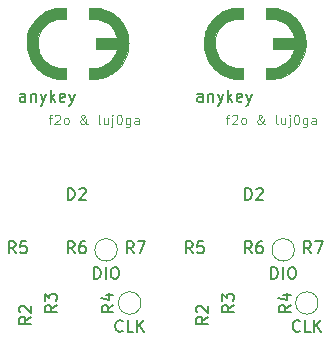
<source format=gto>
%TF.GenerationSoftware,KiCad,Pcbnew,5.1.6*%
%TF.CreationDate,2020-10-27T03:58:31+01:00*%
%TF.ProjectId,anykey-x2,616e796b-6579-42d7-9832-2e6b69636164,rev?*%
%TF.SameCoordinates,Original*%
%TF.FileFunction,Legend,Top*%
%TF.FilePolarity,Positive*%
%FSLAX46Y46*%
G04 Gerber Fmt 4.6, Leading zero omitted, Abs format (unit mm)*
G04 Created by KiCad (PCBNEW 5.1.6) date 2020-10-27 03:58:31*
%MOMM*%
%LPD*%
G01*
G04 APERTURE LIST*
%ADD10C,0.150000*%
%ADD11C,0.120000*%
%ADD12C,0.010000*%
%ADD13C,0.400000*%
%ADD14C,1.600000*%
%ADD15C,2.000000*%
%ADD16R,1.100000X7.510000*%
%ADD17R,1.100000X6.510000*%
%ADD18C,2.300000*%
%ADD19C,4.100000*%
%ADD20R,0.700000X0.500000*%
G04 APERTURE END LIST*
D10*
X72476208Y-81952381D02*
X72476208Y-80952381D01*
X72714303Y-80952381D01*
X72857160Y-81000001D01*
X72952398Y-81095239D01*
X73000018Y-81190477D01*
X73047637Y-81380953D01*
X73047637Y-81523810D01*
X73000018Y-81714286D01*
X72952398Y-81809524D01*
X72857160Y-81904762D01*
X72714303Y-81952381D01*
X72476208Y-81952381D01*
X73476208Y-81952381D02*
X73476208Y-80952381D01*
X74142875Y-80952381D02*
X74333351Y-80952381D01*
X74428589Y-81000001D01*
X74523827Y-81095239D01*
X74571446Y-81285715D01*
X74571446Y-81619048D01*
X74523827Y-81809524D01*
X74428589Y-81904762D01*
X74333351Y-81952381D01*
X74142875Y-81952381D01*
X74047637Y-81904762D01*
X73952398Y-81809524D01*
X73904779Y-81619048D01*
X73904779Y-81285715D01*
X73952398Y-81095239D01*
X74047637Y-81000001D01*
X74142875Y-80952381D01*
X74904779Y-86357143D02*
X74857160Y-86404762D01*
X74714303Y-86452381D01*
X74619065Y-86452381D01*
X74476208Y-86404762D01*
X74380970Y-86309524D01*
X74333351Y-86214286D01*
X74285732Y-86023810D01*
X74285732Y-85880953D01*
X74333351Y-85690477D01*
X74380970Y-85595239D01*
X74476208Y-85500001D01*
X74619065Y-85452381D01*
X74714303Y-85452381D01*
X74857160Y-85500001D01*
X74904779Y-85547620D01*
X75809541Y-86452381D02*
X75333351Y-86452381D01*
X75333351Y-85452381D01*
X76142875Y-86452381D02*
X76142875Y-85452381D01*
X76714303Y-86452381D02*
X76285732Y-85880953D01*
X76714303Y-85452381D02*
X76142875Y-86023810D01*
X66666684Y-66952381D02*
X66666684Y-66428572D01*
X66619065Y-66333334D01*
X66523827Y-66285715D01*
X66333351Y-66285715D01*
X66238113Y-66333334D01*
X66666684Y-66904762D02*
X66571446Y-66952381D01*
X66333351Y-66952381D01*
X66238113Y-66904762D01*
X66190494Y-66809524D01*
X66190494Y-66714286D01*
X66238113Y-66619048D01*
X66333351Y-66571429D01*
X66571446Y-66571429D01*
X66666684Y-66523810D01*
X67142875Y-66285715D02*
X67142875Y-66952381D01*
X67142875Y-66380953D02*
X67190494Y-66333334D01*
X67285732Y-66285715D01*
X67428589Y-66285715D01*
X67523827Y-66333334D01*
X67571446Y-66428572D01*
X67571446Y-66952381D01*
X67952398Y-66285715D02*
X68190494Y-66952381D01*
X68428589Y-66285715D02*
X68190494Y-66952381D01*
X68095256Y-67190477D01*
X68047637Y-67238096D01*
X67952398Y-67285715D01*
X68809541Y-66952381D02*
X68809541Y-65952381D01*
X68904779Y-66571429D02*
X69190494Y-66952381D01*
X69190494Y-66285715D02*
X68809541Y-66666667D01*
X70000018Y-66904762D02*
X69904779Y-66952381D01*
X69714303Y-66952381D01*
X69619065Y-66904762D01*
X69571446Y-66809524D01*
X69571446Y-66428572D01*
X69619065Y-66333334D01*
X69714303Y-66285715D01*
X69904779Y-66285715D01*
X70000018Y-66333334D01*
X70047637Y-66428572D01*
X70047637Y-66523810D01*
X69571446Y-66619048D01*
X70380970Y-66285715D02*
X70619065Y-66952381D01*
X70857160Y-66285715D02*
X70619065Y-66952381D01*
X70523827Y-67190477D01*
X70476208Y-67238096D01*
X70380970Y-67285715D01*
D11*
X68633351Y-68328572D02*
X68938113Y-68328572D01*
X68747637Y-68861905D02*
X68747637Y-68176191D01*
X68785732Y-68100001D01*
X68861922Y-68061905D01*
X68938113Y-68061905D01*
X69166684Y-68138096D02*
X69204779Y-68100001D01*
X69280970Y-68061905D01*
X69471446Y-68061905D01*
X69547637Y-68100001D01*
X69585732Y-68138096D01*
X69623827Y-68214286D01*
X69623827Y-68290477D01*
X69585732Y-68404762D01*
X69128589Y-68861905D01*
X69623827Y-68861905D01*
X70080970Y-68861905D02*
X70004779Y-68823810D01*
X69966684Y-68785715D01*
X69928589Y-68709524D01*
X69928589Y-68480953D01*
X69966684Y-68404762D01*
X70004779Y-68366667D01*
X70080970Y-68328572D01*
X70195256Y-68328572D01*
X70271446Y-68366667D01*
X70309541Y-68404762D01*
X70347637Y-68480953D01*
X70347637Y-68709524D01*
X70309541Y-68785715D01*
X70271446Y-68823810D01*
X70195256Y-68861905D01*
X70080970Y-68861905D01*
X71947637Y-68861905D02*
X71909541Y-68861905D01*
X71833351Y-68823810D01*
X71719065Y-68709524D01*
X71528589Y-68480953D01*
X71452398Y-68366667D01*
X71414303Y-68252381D01*
X71414303Y-68176191D01*
X71452398Y-68100001D01*
X71528589Y-68061905D01*
X71566684Y-68061905D01*
X71642875Y-68100001D01*
X71680970Y-68176191D01*
X71680970Y-68214286D01*
X71642875Y-68290477D01*
X71604779Y-68328572D01*
X71376208Y-68480953D01*
X71338113Y-68519048D01*
X71300018Y-68595239D01*
X71300018Y-68709524D01*
X71338113Y-68785715D01*
X71376208Y-68823810D01*
X71452398Y-68861905D01*
X71566684Y-68861905D01*
X71642875Y-68823810D01*
X71680970Y-68785715D01*
X71795256Y-68633334D01*
X71833351Y-68519048D01*
X71833351Y-68442858D01*
X73014303Y-68861905D02*
X72938113Y-68823810D01*
X72900018Y-68747620D01*
X72900018Y-68061905D01*
X73661922Y-68328572D02*
X73661922Y-68861905D01*
X73319065Y-68328572D02*
X73319065Y-68747620D01*
X73357160Y-68823810D01*
X73433351Y-68861905D01*
X73547637Y-68861905D01*
X73623827Y-68823810D01*
X73661922Y-68785715D01*
X74042875Y-68328572D02*
X74042875Y-69014286D01*
X74004779Y-69090477D01*
X73928589Y-69128572D01*
X73890494Y-69128572D01*
X74042875Y-68061905D02*
X74004779Y-68100001D01*
X74042875Y-68138096D01*
X74080970Y-68100001D01*
X74042875Y-68061905D01*
X74042875Y-68138096D01*
X74576208Y-68061905D02*
X74652398Y-68061905D01*
X74728589Y-68100001D01*
X74766684Y-68138096D01*
X74804779Y-68214286D01*
X74842875Y-68366667D01*
X74842875Y-68557143D01*
X74804779Y-68709524D01*
X74766684Y-68785715D01*
X74728589Y-68823810D01*
X74652398Y-68861905D01*
X74576208Y-68861905D01*
X74500018Y-68823810D01*
X74461922Y-68785715D01*
X74423827Y-68709524D01*
X74385732Y-68557143D01*
X74385732Y-68366667D01*
X74423827Y-68214286D01*
X74461922Y-68138096D01*
X74500018Y-68100001D01*
X74576208Y-68061905D01*
X75528589Y-68328572D02*
X75528589Y-68976191D01*
X75490494Y-69052381D01*
X75452398Y-69090477D01*
X75376208Y-69128572D01*
X75261922Y-69128572D01*
X75185732Y-69090477D01*
X75528589Y-68823810D02*
X75452398Y-68861905D01*
X75300018Y-68861905D01*
X75223827Y-68823810D01*
X75185732Y-68785715D01*
X75147637Y-68709524D01*
X75147637Y-68480953D01*
X75185732Y-68404762D01*
X75223827Y-68366667D01*
X75300018Y-68328572D01*
X75452398Y-68328572D01*
X75528589Y-68366667D01*
X76252398Y-68861905D02*
X76252398Y-68442858D01*
X76214303Y-68366667D01*
X76138113Y-68328572D01*
X75985732Y-68328572D01*
X75909541Y-68366667D01*
X76252398Y-68823810D02*
X76176208Y-68861905D01*
X75985732Y-68861905D01*
X75909541Y-68823810D01*
X75871446Y-68747620D01*
X75871446Y-68671429D01*
X75909541Y-68595239D01*
X75985732Y-68557143D01*
X76176208Y-68557143D01*
X76252398Y-68519048D01*
D10*
X57476191Y-81952381D02*
X57476191Y-80952381D01*
X57714286Y-80952381D01*
X57857143Y-81000001D01*
X57952381Y-81095239D01*
X58000001Y-81190477D01*
X58047620Y-81380953D01*
X58047620Y-81523810D01*
X58000001Y-81714286D01*
X57952381Y-81809524D01*
X57857143Y-81904762D01*
X57714286Y-81952381D01*
X57476191Y-81952381D01*
X58476191Y-81952381D02*
X58476191Y-80952381D01*
X59142858Y-80952381D02*
X59333334Y-80952381D01*
X59428572Y-81000001D01*
X59523810Y-81095239D01*
X59571429Y-81285715D01*
X59571429Y-81619048D01*
X59523810Y-81809524D01*
X59428572Y-81904762D01*
X59333334Y-81952381D01*
X59142858Y-81952381D01*
X59047620Y-81904762D01*
X58952381Y-81809524D01*
X58904762Y-81619048D01*
X58904762Y-81285715D01*
X58952381Y-81095239D01*
X59047620Y-81000001D01*
X59142858Y-80952381D01*
X59904762Y-86357143D02*
X59857143Y-86404762D01*
X59714286Y-86452381D01*
X59619048Y-86452381D01*
X59476191Y-86404762D01*
X59380953Y-86309524D01*
X59333334Y-86214286D01*
X59285715Y-86023810D01*
X59285715Y-85880953D01*
X59333334Y-85690477D01*
X59380953Y-85595239D01*
X59476191Y-85500001D01*
X59619048Y-85452381D01*
X59714286Y-85452381D01*
X59857143Y-85500001D01*
X59904762Y-85547620D01*
X60809524Y-86452381D02*
X60333334Y-86452381D01*
X60333334Y-85452381D01*
X61142858Y-86452381D02*
X61142858Y-85452381D01*
X61714286Y-86452381D02*
X61285715Y-85880953D01*
X61714286Y-85452381D02*
X61142858Y-86023810D01*
X51666667Y-66952381D02*
X51666667Y-66428572D01*
X51619048Y-66333334D01*
X51523810Y-66285715D01*
X51333334Y-66285715D01*
X51238096Y-66333334D01*
X51666667Y-66904762D02*
X51571429Y-66952381D01*
X51333334Y-66952381D01*
X51238096Y-66904762D01*
X51190477Y-66809524D01*
X51190477Y-66714286D01*
X51238096Y-66619048D01*
X51333334Y-66571429D01*
X51571429Y-66571429D01*
X51666667Y-66523810D01*
X52142858Y-66285715D02*
X52142858Y-66952381D01*
X52142858Y-66380953D02*
X52190477Y-66333334D01*
X52285715Y-66285715D01*
X52428572Y-66285715D01*
X52523810Y-66333334D01*
X52571429Y-66428572D01*
X52571429Y-66952381D01*
X52952381Y-66285715D02*
X53190477Y-66952381D01*
X53428572Y-66285715D02*
X53190477Y-66952381D01*
X53095239Y-67190477D01*
X53047620Y-67238096D01*
X52952381Y-67285715D01*
X53809524Y-66952381D02*
X53809524Y-65952381D01*
X53904762Y-66571429D02*
X54190477Y-66952381D01*
X54190477Y-66285715D02*
X53809524Y-66666667D01*
X55000001Y-66904762D02*
X54904762Y-66952381D01*
X54714286Y-66952381D01*
X54619048Y-66904762D01*
X54571429Y-66809524D01*
X54571429Y-66428572D01*
X54619048Y-66333334D01*
X54714286Y-66285715D01*
X54904762Y-66285715D01*
X55000001Y-66333334D01*
X55047620Y-66428572D01*
X55047620Y-66523810D01*
X54571429Y-66619048D01*
X55380953Y-66285715D02*
X55619048Y-66952381D01*
X55857143Y-66285715D02*
X55619048Y-66952381D01*
X55523810Y-67190477D01*
X55476191Y-67238096D01*
X55380953Y-67285715D01*
D11*
X53633334Y-68328572D02*
X53938096Y-68328572D01*
X53747620Y-68861905D02*
X53747620Y-68176191D01*
X53785715Y-68100001D01*
X53861905Y-68061905D01*
X53938096Y-68061905D01*
X54166667Y-68138096D02*
X54204762Y-68100001D01*
X54280953Y-68061905D01*
X54471429Y-68061905D01*
X54547620Y-68100001D01*
X54585715Y-68138096D01*
X54623810Y-68214286D01*
X54623810Y-68290477D01*
X54585715Y-68404762D01*
X54128572Y-68861905D01*
X54623810Y-68861905D01*
X55080953Y-68861905D02*
X55004762Y-68823810D01*
X54966667Y-68785715D01*
X54928572Y-68709524D01*
X54928572Y-68480953D01*
X54966667Y-68404762D01*
X55004762Y-68366667D01*
X55080953Y-68328572D01*
X55195239Y-68328572D01*
X55271429Y-68366667D01*
X55309524Y-68404762D01*
X55347620Y-68480953D01*
X55347620Y-68709524D01*
X55309524Y-68785715D01*
X55271429Y-68823810D01*
X55195239Y-68861905D01*
X55080953Y-68861905D01*
X56947620Y-68861905D02*
X56909524Y-68861905D01*
X56833334Y-68823810D01*
X56719048Y-68709524D01*
X56528572Y-68480953D01*
X56452381Y-68366667D01*
X56414286Y-68252381D01*
X56414286Y-68176191D01*
X56452381Y-68100001D01*
X56528572Y-68061905D01*
X56566667Y-68061905D01*
X56642858Y-68100001D01*
X56680953Y-68176191D01*
X56680953Y-68214286D01*
X56642858Y-68290477D01*
X56604762Y-68328572D01*
X56376191Y-68480953D01*
X56338096Y-68519048D01*
X56300001Y-68595239D01*
X56300001Y-68709524D01*
X56338096Y-68785715D01*
X56376191Y-68823810D01*
X56452381Y-68861905D01*
X56566667Y-68861905D01*
X56642858Y-68823810D01*
X56680953Y-68785715D01*
X56795239Y-68633334D01*
X56833334Y-68519048D01*
X56833334Y-68442858D01*
X58014286Y-68861905D02*
X57938096Y-68823810D01*
X57900001Y-68747620D01*
X57900001Y-68061905D01*
X58661905Y-68328572D02*
X58661905Y-68861905D01*
X58319048Y-68328572D02*
X58319048Y-68747620D01*
X58357143Y-68823810D01*
X58433334Y-68861905D01*
X58547620Y-68861905D01*
X58623810Y-68823810D01*
X58661905Y-68785715D01*
X59042858Y-68328572D02*
X59042858Y-69014286D01*
X59004762Y-69090477D01*
X58928572Y-69128572D01*
X58890477Y-69128572D01*
X59042858Y-68061905D02*
X59004762Y-68100001D01*
X59042858Y-68138096D01*
X59080953Y-68100001D01*
X59042858Y-68061905D01*
X59042858Y-68138096D01*
X59576191Y-68061905D02*
X59652381Y-68061905D01*
X59728572Y-68100001D01*
X59766667Y-68138096D01*
X59804762Y-68214286D01*
X59842858Y-68366667D01*
X59842858Y-68557143D01*
X59804762Y-68709524D01*
X59766667Y-68785715D01*
X59728572Y-68823810D01*
X59652381Y-68861905D01*
X59576191Y-68861905D01*
X59500001Y-68823810D01*
X59461905Y-68785715D01*
X59423810Y-68709524D01*
X59385715Y-68557143D01*
X59385715Y-68366667D01*
X59423810Y-68214286D01*
X59461905Y-68138096D01*
X59500001Y-68100001D01*
X59576191Y-68061905D01*
X60528572Y-68328572D02*
X60528572Y-68976191D01*
X60490477Y-69052381D01*
X60452381Y-69090477D01*
X60376191Y-69128572D01*
X60261905Y-69128572D01*
X60185715Y-69090477D01*
X60528572Y-68823810D02*
X60452381Y-68861905D01*
X60300001Y-68861905D01*
X60223810Y-68823810D01*
X60185715Y-68785715D01*
X60147620Y-68709524D01*
X60147620Y-68480953D01*
X60185715Y-68404762D01*
X60223810Y-68366667D01*
X60300001Y-68328572D01*
X60452381Y-68328572D01*
X60528572Y-68366667D01*
X61252381Y-68861905D02*
X61252381Y-68442858D01*
X61214286Y-68366667D01*
X61138096Y-68328572D01*
X60985715Y-68328572D01*
X60909524Y-68366667D01*
X61252381Y-68823810D02*
X61176191Y-68861905D01*
X60985715Y-68861905D01*
X60909524Y-68823810D01*
X60871429Y-68747620D01*
X60871429Y-68671429D01*
X60909524Y-68595239D01*
X60985715Y-68557143D01*
X61176191Y-68557143D01*
X61252381Y-68519048D01*
%TO.C,TP1*%
X74450018Y-79500001D02*
G75*
G03*
X74450018Y-79500001I-950000J0D01*
G01*
%TO.C,TP2*%
X76450018Y-84000001D02*
G75*
G03*
X76450018Y-84000001I-950000J0D01*
G01*
D12*
%TO.C,C3-Logo*%
G36*
X69939205Y-58984316D02*
G01*
X70003688Y-58985976D01*
X70050321Y-58988946D01*
X70070669Y-58992089D01*
X70100435Y-59000066D01*
X70100435Y-59920531D01*
X69890899Y-59913260D01*
X69681065Y-59913524D01*
X69486877Y-59930383D01*
X69302438Y-59965076D01*
X69121850Y-60018840D01*
X68939215Y-60092912D01*
X68863507Y-60128880D01*
X68682956Y-60227978D01*
X68520316Y-60339327D01*
X68367919Y-60468409D01*
X68308640Y-60525706D01*
X68152003Y-60700862D01*
X68016491Y-60891521D01*
X67902784Y-61096395D01*
X67811562Y-61314194D01*
X67743503Y-61543630D01*
X67723344Y-61636198D01*
X67711195Y-61720245D01*
X67703084Y-61823235D01*
X67699003Y-61937966D01*
X67698944Y-62057235D01*
X67702902Y-62173838D01*
X67710869Y-62280572D01*
X67722837Y-62370234D01*
X67724075Y-62377032D01*
X67779929Y-62605760D01*
X67859317Y-62823966D01*
X67960949Y-63030178D01*
X68083540Y-63222929D01*
X68225799Y-63400749D01*
X68386439Y-63562169D01*
X68564173Y-63705720D01*
X68757711Y-63829932D01*
X68965766Y-63933337D01*
X69149255Y-64002536D01*
X69252395Y-64034119D01*
X69347125Y-64058130D01*
X69439888Y-64075464D01*
X69537124Y-64087017D01*
X69645276Y-64093681D01*
X69770785Y-64096353D01*
X69825929Y-64096505D01*
X70100435Y-64096187D01*
X70100435Y-65013165D01*
X70070669Y-65021142D01*
X70045269Y-65024139D01*
X69998274Y-65026204D01*
X69934528Y-65027383D01*
X69858876Y-65027724D01*
X69776164Y-65027275D01*
X69691235Y-65026084D01*
X69608935Y-65024198D01*
X69534109Y-65021664D01*
X69471601Y-65018532D01*
X69426256Y-65014848D01*
X69425747Y-65014790D01*
X69312747Y-64998342D01*
X69185146Y-64973707D01*
X69052680Y-64943084D01*
X68925084Y-64908668D01*
X68844002Y-64883537D01*
X68579465Y-64782499D01*
X68328741Y-64659514D01*
X68092823Y-64515778D01*
X67872698Y-64352488D01*
X67669358Y-64170839D01*
X67483791Y-63972027D01*
X67316988Y-63757248D01*
X67169939Y-63527699D01*
X67043633Y-63284574D01*
X66939060Y-63029071D01*
X66857210Y-62762384D01*
X66799073Y-62485710D01*
X66785856Y-62396876D01*
X66777400Y-62312108D01*
X66771581Y-62208119D01*
X66768400Y-62092010D01*
X66767857Y-61970888D01*
X66769952Y-61851855D01*
X66774684Y-61742015D01*
X66782055Y-61648473D01*
X66785856Y-61616355D01*
X66836777Y-61333707D01*
X66912223Y-61060615D01*
X67011937Y-60797715D01*
X67135664Y-60545638D01*
X67283146Y-60305018D01*
X67361970Y-60194219D01*
X67540248Y-59976724D01*
X67736251Y-59778345D01*
X67948616Y-59599883D01*
X68175977Y-59442134D01*
X68416971Y-59305898D01*
X68670231Y-59191972D01*
X68934395Y-59101154D01*
X69208097Y-59034242D01*
X69398898Y-59002814D01*
X69451372Y-58997491D01*
X69520236Y-58992931D01*
X69600599Y-58989213D01*
X69687568Y-58986414D01*
X69776254Y-58984613D01*
X69861763Y-58983888D01*
X69939205Y-58984316D01*
G37*
X69939205Y-58984316D02*
X70003688Y-58985976D01*
X70050321Y-58988946D01*
X70070669Y-58992089D01*
X70100435Y-59000066D01*
X70100435Y-59920531D01*
X69890899Y-59913260D01*
X69681065Y-59913524D01*
X69486877Y-59930383D01*
X69302438Y-59965076D01*
X69121850Y-60018840D01*
X68939215Y-60092912D01*
X68863507Y-60128880D01*
X68682956Y-60227978D01*
X68520316Y-60339327D01*
X68367919Y-60468409D01*
X68308640Y-60525706D01*
X68152003Y-60700862D01*
X68016491Y-60891521D01*
X67902784Y-61096395D01*
X67811562Y-61314194D01*
X67743503Y-61543630D01*
X67723344Y-61636198D01*
X67711195Y-61720245D01*
X67703084Y-61823235D01*
X67699003Y-61937966D01*
X67698944Y-62057235D01*
X67702902Y-62173838D01*
X67710869Y-62280572D01*
X67722837Y-62370234D01*
X67724075Y-62377032D01*
X67779929Y-62605760D01*
X67859317Y-62823966D01*
X67960949Y-63030178D01*
X68083540Y-63222929D01*
X68225799Y-63400749D01*
X68386439Y-63562169D01*
X68564173Y-63705720D01*
X68757711Y-63829932D01*
X68965766Y-63933337D01*
X69149255Y-64002536D01*
X69252395Y-64034119D01*
X69347125Y-64058130D01*
X69439888Y-64075464D01*
X69537124Y-64087017D01*
X69645276Y-64093681D01*
X69770785Y-64096353D01*
X69825929Y-64096505D01*
X70100435Y-64096187D01*
X70100435Y-65013165D01*
X70070669Y-65021142D01*
X70045269Y-65024139D01*
X69998274Y-65026204D01*
X69934528Y-65027383D01*
X69858876Y-65027724D01*
X69776164Y-65027275D01*
X69691235Y-65026084D01*
X69608935Y-65024198D01*
X69534109Y-65021664D01*
X69471601Y-65018532D01*
X69426256Y-65014848D01*
X69425747Y-65014790D01*
X69312747Y-64998342D01*
X69185146Y-64973707D01*
X69052680Y-64943084D01*
X68925084Y-64908668D01*
X68844002Y-64883537D01*
X68579465Y-64782499D01*
X68328741Y-64659514D01*
X68092823Y-64515778D01*
X67872698Y-64352488D01*
X67669358Y-64170839D01*
X67483791Y-63972027D01*
X67316988Y-63757248D01*
X67169939Y-63527699D01*
X67043633Y-63284574D01*
X66939060Y-63029071D01*
X66857210Y-62762384D01*
X66799073Y-62485710D01*
X66785856Y-62396876D01*
X66777400Y-62312108D01*
X66771581Y-62208119D01*
X66768400Y-62092010D01*
X66767857Y-61970888D01*
X66769952Y-61851855D01*
X66774684Y-61742015D01*
X66782055Y-61648473D01*
X66785856Y-61616355D01*
X66836777Y-61333707D01*
X66912223Y-61060615D01*
X67011937Y-60797715D01*
X67135664Y-60545638D01*
X67283146Y-60305018D01*
X67361970Y-60194219D01*
X67540248Y-59976724D01*
X67736251Y-59778345D01*
X67948616Y-59599883D01*
X68175977Y-59442134D01*
X68416971Y-59305898D01*
X68670231Y-59191972D01*
X68934395Y-59101154D01*
X69208097Y-59034242D01*
X69398898Y-59002814D01*
X69451372Y-58997491D01*
X69520236Y-58992931D01*
X69600599Y-58989213D01*
X69687568Y-58986414D01*
X69776254Y-58984613D01*
X69861763Y-58983888D01*
X69939205Y-58984316D01*
G36*
X72061353Y-59916407D02*
G01*
X72355703Y-59916696D01*
X72457678Y-59917121D01*
X72538333Y-59918409D01*
X72602800Y-59920915D01*
X72656212Y-59924997D01*
X72703700Y-59931009D01*
X72750399Y-59939309D01*
X72784299Y-59946437D01*
X73014139Y-60009755D01*
X73233456Y-60096013D01*
X73440487Y-60204010D01*
X73633468Y-60332545D01*
X73810639Y-60480419D01*
X73970235Y-60646431D01*
X74110495Y-60829380D01*
X74135134Y-60866450D01*
X74186932Y-60953403D01*
X74239833Y-61054821D01*
X74290852Y-61163867D01*
X74337006Y-61273703D01*
X74375313Y-61377489D01*
X74402790Y-61468389D01*
X74408884Y-61493985D01*
X74418249Y-61536980D01*
X72656667Y-61536980D01*
X72656667Y-62476251D01*
X74418249Y-62476251D01*
X74408884Y-62519245D01*
X74383824Y-62610612D01*
X74346336Y-62716470D01*
X74299503Y-62829879D01*
X74246406Y-62943893D01*
X74190128Y-63051570D01*
X74133752Y-63145968D01*
X74124296Y-63160320D01*
X73980554Y-63351792D01*
X73819355Y-63523631D01*
X73641698Y-63675164D01*
X73448579Y-63805720D01*
X73240997Y-63914625D01*
X73019950Y-64001207D01*
X72786433Y-64064795D01*
X72780732Y-64066022D01*
X72728150Y-64076623D01*
X72679730Y-64084514D01*
X72630079Y-64090079D01*
X72573807Y-64093703D01*
X72505520Y-64095770D01*
X72419829Y-64096665D01*
X72349089Y-64096800D01*
X72061355Y-64096777D01*
X72061355Y-65029480D01*
X72349089Y-65027763D01*
X72441064Y-65026710D01*
X72530797Y-65024767D01*
X72612530Y-65022127D01*
X72680509Y-65018982D01*
X72728977Y-65015527D01*
X72736042Y-65014790D01*
X72961451Y-64978595D01*
X73193302Y-64921377D01*
X73425263Y-64845285D01*
X73651003Y-64752466D01*
X73864189Y-64645069D01*
X73919991Y-64613136D01*
X74083532Y-64507668D01*
X74249474Y-64383546D01*
X74411261Y-64246432D01*
X74562338Y-64101983D01*
X74696148Y-63955860D01*
X74732695Y-63911608D01*
X74894015Y-63690013D01*
X75035340Y-63452379D01*
X75155663Y-63201090D01*
X75253977Y-62938533D01*
X75329276Y-62667093D01*
X75380553Y-62389156D01*
X75383098Y-62370417D01*
X75390047Y-62298752D01*
X75394980Y-62208047D01*
X75397896Y-62104924D01*
X75398793Y-61996010D01*
X75397669Y-61887926D01*
X75394522Y-61787299D01*
X75389350Y-61700753D01*
X75383305Y-61642813D01*
X75331349Y-61357895D01*
X75256119Y-61082355D01*
X75158297Y-60817810D01*
X75038567Y-60565878D01*
X74897612Y-60328178D01*
X74736115Y-60106326D01*
X74732695Y-60102080D01*
X74552408Y-59899122D01*
X74353266Y-59712657D01*
X74137715Y-59544215D01*
X73908203Y-59395326D01*
X73667179Y-59267518D01*
X73417088Y-59162323D01*
X73160379Y-59081268D01*
X73060069Y-59056770D01*
X72936158Y-59030939D01*
X72820988Y-59011593D01*
X72707168Y-58997982D01*
X72587303Y-58989357D01*
X72454001Y-58984969D01*
X72342475Y-58984009D01*
X72061355Y-58983751D01*
X72061353Y-59916407D01*
G37*
X72061353Y-59916407D02*
X72355703Y-59916696D01*
X72457678Y-59917121D01*
X72538333Y-59918409D01*
X72602800Y-59920915D01*
X72656212Y-59924997D01*
X72703700Y-59931009D01*
X72750399Y-59939309D01*
X72784299Y-59946437D01*
X73014139Y-60009755D01*
X73233456Y-60096013D01*
X73440487Y-60204010D01*
X73633468Y-60332545D01*
X73810639Y-60480419D01*
X73970235Y-60646431D01*
X74110495Y-60829380D01*
X74135134Y-60866450D01*
X74186932Y-60953403D01*
X74239833Y-61054821D01*
X74290852Y-61163867D01*
X74337006Y-61273703D01*
X74375313Y-61377489D01*
X74402790Y-61468389D01*
X74408884Y-61493985D01*
X74418249Y-61536980D01*
X72656667Y-61536980D01*
X72656667Y-62476251D01*
X74418249Y-62476251D01*
X74408884Y-62519245D01*
X74383824Y-62610612D01*
X74346336Y-62716470D01*
X74299503Y-62829879D01*
X74246406Y-62943893D01*
X74190128Y-63051570D01*
X74133752Y-63145968D01*
X74124296Y-63160320D01*
X73980554Y-63351792D01*
X73819355Y-63523631D01*
X73641698Y-63675164D01*
X73448579Y-63805720D01*
X73240997Y-63914625D01*
X73019950Y-64001207D01*
X72786433Y-64064795D01*
X72780732Y-64066022D01*
X72728150Y-64076623D01*
X72679730Y-64084514D01*
X72630079Y-64090079D01*
X72573807Y-64093703D01*
X72505520Y-64095770D01*
X72419829Y-64096665D01*
X72349089Y-64096800D01*
X72061355Y-64096777D01*
X72061355Y-65029480D01*
X72349089Y-65027763D01*
X72441064Y-65026710D01*
X72530797Y-65024767D01*
X72612530Y-65022127D01*
X72680509Y-65018982D01*
X72728977Y-65015527D01*
X72736042Y-65014790D01*
X72961451Y-64978595D01*
X73193302Y-64921377D01*
X73425263Y-64845285D01*
X73651003Y-64752466D01*
X73864189Y-64645069D01*
X73919991Y-64613136D01*
X74083532Y-64507668D01*
X74249474Y-64383546D01*
X74411261Y-64246432D01*
X74562338Y-64101983D01*
X74696148Y-63955860D01*
X74732695Y-63911608D01*
X74894015Y-63690013D01*
X75035340Y-63452379D01*
X75155663Y-63201090D01*
X75253977Y-62938533D01*
X75329276Y-62667093D01*
X75380553Y-62389156D01*
X75383098Y-62370417D01*
X75390047Y-62298752D01*
X75394980Y-62208047D01*
X75397896Y-62104924D01*
X75398793Y-61996010D01*
X75397669Y-61887926D01*
X75394522Y-61787299D01*
X75389350Y-61700753D01*
X75383305Y-61642813D01*
X75331349Y-61357895D01*
X75256119Y-61082355D01*
X75158297Y-60817810D01*
X75038567Y-60565878D01*
X74897612Y-60328178D01*
X74736115Y-60106326D01*
X74732695Y-60102080D01*
X74552408Y-59899122D01*
X74353266Y-59712657D01*
X74137715Y-59544215D01*
X73908203Y-59395326D01*
X73667179Y-59267518D01*
X73417088Y-59162323D01*
X73160379Y-59081268D01*
X73060069Y-59056770D01*
X72936158Y-59030939D01*
X72820988Y-59011593D01*
X72707168Y-58997982D01*
X72587303Y-58989357D01*
X72454001Y-58984969D01*
X72342475Y-58984009D01*
X72061355Y-58983751D01*
X72061353Y-59916407D01*
D11*
%TO.C,TP1*%
X59450001Y-79500001D02*
G75*
G03*
X59450001Y-79500001I-950000J0D01*
G01*
%TO.C,TP2*%
X61450001Y-84000001D02*
G75*
G03*
X61450001Y-84000001I-950000J0D01*
G01*
D12*
%TO.C,C3-Logo*%
G36*
X54939188Y-58984316D02*
G01*
X55003671Y-58985976D01*
X55050304Y-58988946D01*
X55070652Y-58992089D01*
X55100418Y-59000066D01*
X55100418Y-59920531D01*
X54890882Y-59913260D01*
X54681048Y-59913524D01*
X54486860Y-59930383D01*
X54302421Y-59965076D01*
X54121833Y-60018840D01*
X53939198Y-60092912D01*
X53863490Y-60128880D01*
X53682939Y-60227978D01*
X53520299Y-60339327D01*
X53367902Y-60468409D01*
X53308623Y-60525706D01*
X53151986Y-60700862D01*
X53016474Y-60891521D01*
X52902767Y-61096395D01*
X52811545Y-61314194D01*
X52743486Y-61543630D01*
X52723327Y-61636198D01*
X52711178Y-61720245D01*
X52703067Y-61823235D01*
X52698986Y-61937966D01*
X52698927Y-62057235D01*
X52702885Y-62173838D01*
X52710852Y-62280572D01*
X52722820Y-62370234D01*
X52724058Y-62377032D01*
X52779912Y-62605760D01*
X52859300Y-62823966D01*
X52960932Y-63030178D01*
X53083523Y-63222929D01*
X53225782Y-63400749D01*
X53386422Y-63562169D01*
X53564156Y-63705720D01*
X53757694Y-63829932D01*
X53965749Y-63933337D01*
X54149238Y-64002536D01*
X54252378Y-64034119D01*
X54347108Y-64058130D01*
X54439871Y-64075464D01*
X54537107Y-64087017D01*
X54645259Y-64093681D01*
X54770768Y-64096353D01*
X54825912Y-64096505D01*
X55100418Y-64096187D01*
X55100418Y-65013165D01*
X55070652Y-65021142D01*
X55045252Y-65024139D01*
X54998257Y-65026204D01*
X54934511Y-65027383D01*
X54858859Y-65027724D01*
X54776147Y-65027275D01*
X54691218Y-65026084D01*
X54608918Y-65024198D01*
X54534092Y-65021664D01*
X54471584Y-65018532D01*
X54426239Y-65014848D01*
X54425730Y-65014790D01*
X54312730Y-64998342D01*
X54185129Y-64973707D01*
X54052663Y-64943084D01*
X53925067Y-64908668D01*
X53843985Y-64883537D01*
X53579448Y-64782499D01*
X53328724Y-64659514D01*
X53092806Y-64515778D01*
X52872681Y-64352488D01*
X52669341Y-64170839D01*
X52483774Y-63972027D01*
X52316971Y-63757248D01*
X52169922Y-63527699D01*
X52043616Y-63284574D01*
X51939043Y-63029071D01*
X51857193Y-62762384D01*
X51799056Y-62485710D01*
X51785839Y-62396876D01*
X51777383Y-62312108D01*
X51771564Y-62208119D01*
X51768383Y-62092010D01*
X51767840Y-61970888D01*
X51769935Y-61851855D01*
X51774667Y-61742015D01*
X51782038Y-61648473D01*
X51785839Y-61616355D01*
X51836760Y-61333707D01*
X51912206Y-61060615D01*
X52011920Y-60797715D01*
X52135647Y-60545638D01*
X52283129Y-60305018D01*
X52361953Y-60194219D01*
X52540231Y-59976724D01*
X52736234Y-59778345D01*
X52948599Y-59599883D01*
X53175960Y-59442134D01*
X53416954Y-59305898D01*
X53670214Y-59191972D01*
X53934378Y-59101154D01*
X54208080Y-59034242D01*
X54398881Y-59002814D01*
X54451355Y-58997491D01*
X54520219Y-58992931D01*
X54600582Y-58989213D01*
X54687551Y-58986414D01*
X54776237Y-58984613D01*
X54861746Y-58983888D01*
X54939188Y-58984316D01*
G37*
X54939188Y-58984316D02*
X55003671Y-58985976D01*
X55050304Y-58988946D01*
X55070652Y-58992089D01*
X55100418Y-59000066D01*
X55100418Y-59920531D01*
X54890882Y-59913260D01*
X54681048Y-59913524D01*
X54486860Y-59930383D01*
X54302421Y-59965076D01*
X54121833Y-60018840D01*
X53939198Y-60092912D01*
X53863490Y-60128880D01*
X53682939Y-60227978D01*
X53520299Y-60339327D01*
X53367902Y-60468409D01*
X53308623Y-60525706D01*
X53151986Y-60700862D01*
X53016474Y-60891521D01*
X52902767Y-61096395D01*
X52811545Y-61314194D01*
X52743486Y-61543630D01*
X52723327Y-61636198D01*
X52711178Y-61720245D01*
X52703067Y-61823235D01*
X52698986Y-61937966D01*
X52698927Y-62057235D01*
X52702885Y-62173838D01*
X52710852Y-62280572D01*
X52722820Y-62370234D01*
X52724058Y-62377032D01*
X52779912Y-62605760D01*
X52859300Y-62823966D01*
X52960932Y-63030178D01*
X53083523Y-63222929D01*
X53225782Y-63400749D01*
X53386422Y-63562169D01*
X53564156Y-63705720D01*
X53757694Y-63829932D01*
X53965749Y-63933337D01*
X54149238Y-64002536D01*
X54252378Y-64034119D01*
X54347108Y-64058130D01*
X54439871Y-64075464D01*
X54537107Y-64087017D01*
X54645259Y-64093681D01*
X54770768Y-64096353D01*
X54825912Y-64096505D01*
X55100418Y-64096187D01*
X55100418Y-65013165D01*
X55070652Y-65021142D01*
X55045252Y-65024139D01*
X54998257Y-65026204D01*
X54934511Y-65027383D01*
X54858859Y-65027724D01*
X54776147Y-65027275D01*
X54691218Y-65026084D01*
X54608918Y-65024198D01*
X54534092Y-65021664D01*
X54471584Y-65018532D01*
X54426239Y-65014848D01*
X54425730Y-65014790D01*
X54312730Y-64998342D01*
X54185129Y-64973707D01*
X54052663Y-64943084D01*
X53925067Y-64908668D01*
X53843985Y-64883537D01*
X53579448Y-64782499D01*
X53328724Y-64659514D01*
X53092806Y-64515778D01*
X52872681Y-64352488D01*
X52669341Y-64170839D01*
X52483774Y-63972027D01*
X52316971Y-63757248D01*
X52169922Y-63527699D01*
X52043616Y-63284574D01*
X51939043Y-63029071D01*
X51857193Y-62762384D01*
X51799056Y-62485710D01*
X51785839Y-62396876D01*
X51777383Y-62312108D01*
X51771564Y-62208119D01*
X51768383Y-62092010D01*
X51767840Y-61970888D01*
X51769935Y-61851855D01*
X51774667Y-61742015D01*
X51782038Y-61648473D01*
X51785839Y-61616355D01*
X51836760Y-61333707D01*
X51912206Y-61060615D01*
X52011920Y-60797715D01*
X52135647Y-60545638D01*
X52283129Y-60305018D01*
X52361953Y-60194219D01*
X52540231Y-59976724D01*
X52736234Y-59778345D01*
X52948599Y-59599883D01*
X53175960Y-59442134D01*
X53416954Y-59305898D01*
X53670214Y-59191972D01*
X53934378Y-59101154D01*
X54208080Y-59034242D01*
X54398881Y-59002814D01*
X54451355Y-58997491D01*
X54520219Y-58992931D01*
X54600582Y-58989213D01*
X54687551Y-58986414D01*
X54776237Y-58984613D01*
X54861746Y-58983888D01*
X54939188Y-58984316D01*
G36*
X57061336Y-59916407D02*
G01*
X57355686Y-59916696D01*
X57457661Y-59917121D01*
X57538316Y-59918409D01*
X57602783Y-59920915D01*
X57656195Y-59924997D01*
X57703683Y-59931009D01*
X57750382Y-59939309D01*
X57784282Y-59946437D01*
X58014122Y-60009755D01*
X58233439Y-60096013D01*
X58440470Y-60204010D01*
X58633451Y-60332545D01*
X58810622Y-60480419D01*
X58970218Y-60646431D01*
X59110478Y-60829380D01*
X59135117Y-60866450D01*
X59186915Y-60953403D01*
X59239816Y-61054821D01*
X59290835Y-61163867D01*
X59336989Y-61273703D01*
X59375296Y-61377489D01*
X59402773Y-61468389D01*
X59408867Y-61493985D01*
X59418232Y-61536980D01*
X57656650Y-61536980D01*
X57656650Y-62476251D01*
X59418232Y-62476251D01*
X59408867Y-62519245D01*
X59383807Y-62610612D01*
X59346319Y-62716470D01*
X59299486Y-62829879D01*
X59246389Y-62943893D01*
X59190111Y-63051570D01*
X59133735Y-63145968D01*
X59124279Y-63160320D01*
X58980537Y-63351792D01*
X58819338Y-63523631D01*
X58641681Y-63675164D01*
X58448562Y-63805720D01*
X58240980Y-63914625D01*
X58019933Y-64001207D01*
X57786416Y-64064795D01*
X57780715Y-64066022D01*
X57728133Y-64076623D01*
X57679713Y-64084514D01*
X57630062Y-64090079D01*
X57573790Y-64093703D01*
X57505503Y-64095770D01*
X57419812Y-64096665D01*
X57349072Y-64096800D01*
X57061338Y-64096777D01*
X57061338Y-65029480D01*
X57349072Y-65027763D01*
X57441047Y-65026710D01*
X57530780Y-65024767D01*
X57612513Y-65022127D01*
X57680492Y-65018982D01*
X57728960Y-65015527D01*
X57736025Y-65014790D01*
X57961434Y-64978595D01*
X58193285Y-64921377D01*
X58425246Y-64845285D01*
X58650986Y-64752466D01*
X58864172Y-64645069D01*
X58919974Y-64613136D01*
X59083515Y-64507668D01*
X59249457Y-64383546D01*
X59411244Y-64246432D01*
X59562321Y-64101983D01*
X59696131Y-63955860D01*
X59732678Y-63911608D01*
X59893998Y-63690013D01*
X60035323Y-63452379D01*
X60155646Y-63201090D01*
X60253960Y-62938533D01*
X60329259Y-62667093D01*
X60380536Y-62389156D01*
X60383081Y-62370417D01*
X60390030Y-62298752D01*
X60394963Y-62208047D01*
X60397879Y-62104924D01*
X60398776Y-61996010D01*
X60397652Y-61887926D01*
X60394505Y-61787299D01*
X60389333Y-61700753D01*
X60383288Y-61642813D01*
X60331332Y-61357895D01*
X60256102Y-61082355D01*
X60158280Y-60817810D01*
X60038550Y-60565878D01*
X59897595Y-60328178D01*
X59736098Y-60106326D01*
X59732678Y-60102080D01*
X59552391Y-59899122D01*
X59353249Y-59712657D01*
X59137698Y-59544215D01*
X58908186Y-59395326D01*
X58667162Y-59267518D01*
X58417071Y-59162323D01*
X58160362Y-59081268D01*
X58060052Y-59056770D01*
X57936141Y-59030939D01*
X57820971Y-59011593D01*
X57707151Y-58997982D01*
X57587286Y-58989357D01*
X57453984Y-58984969D01*
X57342458Y-58984009D01*
X57061338Y-58983751D01*
X57061336Y-59916407D01*
G37*
X57061336Y-59916407D02*
X57355686Y-59916696D01*
X57457661Y-59917121D01*
X57538316Y-59918409D01*
X57602783Y-59920915D01*
X57656195Y-59924997D01*
X57703683Y-59931009D01*
X57750382Y-59939309D01*
X57784282Y-59946437D01*
X58014122Y-60009755D01*
X58233439Y-60096013D01*
X58440470Y-60204010D01*
X58633451Y-60332545D01*
X58810622Y-60480419D01*
X58970218Y-60646431D01*
X59110478Y-60829380D01*
X59135117Y-60866450D01*
X59186915Y-60953403D01*
X59239816Y-61054821D01*
X59290835Y-61163867D01*
X59336989Y-61273703D01*
X59375296Y-61377489D01*
X59402773Y-61468389D01*
X59408867Y-61493985D01*
X59418232Y-61536980D01*
X57656650Y-61536980D01*
X57656650Y-62476251D01*
X59418232Y-62476251D01*
X59408867Y-62519245D01*
X59383807Y-62610612D01*
X59346319Y-62716470D01*
X59299486Y-62829879D01*
X59246389Y-62943893D01*
X59190111Y-63051570D01*
X59133735Y-63145968D01*
X59124279Y-63160320D01*
X58980537Y-63351792D01*
X58819338Y-63523631D01*
X58641681Y-63675164D01*
X58448562Y-63805720D01*
X58240980Y-63914625D01*
X58019933Y-64001207D01*
X57786416Y-64064795D01*
X57780715Y-64066022D01*
X57728133Y-64076623D01*
X57679713Y-64084514D01*
X57630062Y-64090079D01*
X57573790Y-64093703D01*
X57505503Y-64095770D01*
X57419812Y-64096665D01*
X57349072Y-64096800D01*
X57061338Y-64096777D01*
X57061338Y-65029480D01*
X57349072Y-65027763D01*
X57441047Y-65026710D01*
X57530780Y-65024767D01*
X57612513Y-65022127D01*
X57680492Y-65018982D01*
X57728960Y-65015527D01*
X57736025Y-65014790D01*
X57961434Y-64978595D01*
X58193285Y-64921377D01*
X58425246Y-64845285D01*
X58650986Y-64752466D01*
X58864172Y-64645069D01*
X58919974Y-64613136D01*
X59083515Y-64507668D01*
X59249457Y-64383546D01*
X59411244Y-64246432D01*
X59562321Y-64101983D01*
X59696131Y-63955860D01*
X59732678Y-63911608D01*
X59893998Y-63690013D01*
X60035323Y-63452379D01*
X60155646Y-63201090D01*
X60253960Y-62938533D01*
X60329259Y-62667093D01*
X60380536Y-62389156D01*
X60383081Y-62370417D01*
X60390030Y-62298752D01*
X60394963Y-62208047D01*
X60397879Y-62104924D01*
X60398776Y-61996010D01*
X60397652Y-61887926D01*
X60394505Y-61787299D01*
X60389333Y-61700753D01*
X60383288Y-61642813D01*
X60331332Y-61357895D01*
X60256102Y-61082355D01*
X60158280Y-60817810D01*
X60038550Y-60565878D01*
X59897595Y-60328178D01*
X59736098Y-60106326D01*
X59732678Y-60102080D01*
X59552391Y-59899122D01*
X59353249Y-59712657D01*
X59137698Y-59544215D01*
X58908186Y-59395326D01*
X58667162Y-59267518D01*
X58417071Y-59162323D01*
X58160362Y-59081268D01*
X58060052Y-59056770D01*
X57936141Y-59030939D01*
X57820971Y-59011593D01*
X57707151Y-58997982D01*
X57587286Y-58989357D01*
X57453984Y-58984969D01*
X57342458Y-58984009D01*
X57061338Y-58983751D01*
X57061336Y-59916407D01*
%TO.C,R2*%
D10*
X67122398Y-85166667D02*
X66646208Y-85500001D01*
X67122398Y-85738096D02*
X66122398Y-85738096D01*
X66122398Y-85357143D01*
X66170018Y-85261905D01*
X66217637Y-85214286D01*
X66312875Y-85166667D01*
X66455732Y-85166667D01*
X66550970Y-85214286D01*
X66598589Y-85261905D01*
X66646208Y-85357143D01*
X66646208Y-85738096D01*
X66217637Y-84785715D02*
X66170018Y-84738096D01*
X66122398Y-84642858D01*
X66122398Y-84404762D01*
X66170018Y-84309524D01*
X66217637Y-84261905D01*
X66312875Y-84214286D01*
X66408113Y-84214286D01*
X66550970Y-84261905D01*
X67122398Y-84833334D01*
X67122398Y-84214286D01*
%TO.C,R3*%
X69322398Y-84166667D02*
X68846208Y-84500001D01*
X69322398Y-84738096D02*
X68322398Y-84738096D01*
X68322398Y-84357143D01*
X68370018Y-84261905D01*
X68417637Y-84214286D01*
X68512875Y-84166667D01*
X68655732Y-84166667D01*
X68750970Y-84214286D01*
X68798589Y-84261905D01*
X68846208Y-84357143D01*
X68846208Y-84738096D01*
X68322398Y-83833334D02*
X68322398Y-83214286D01*
X68703351Y-83547620D01*
X68703351Y-83404762D01*
X68750970Y-83309524D01*
X68798589Y-83261905D01*
X68893827Y-83214286D01*
X69131922Y-83214286D01*
X69227160Y-83261905D01*
X69274779Y-83309524D01*
X69322398Y-83404762D01*
X69322398Y-83690477D01*
X69274779Y-83785715D01*
X69227160Y-83833334D01*
%TO.C,R4*%
X74122398Y-84166667D02*
X73646208Y-84500001D01*
X74122398Y-84738096D02*
X73122398Y-84738096D01*
X73122398Y-84357143D01*
X73170018Y-84261905D01*
X73217637Y-84214286D01*
X73312875Y-84166667D01*
X73455732Y-84166667D01*
X73550970Y-84214286D01*
X73598589Y-84261905D01*
X73646208Y-84357143D01*
X73646208Y-84738096D01*
X73455732Y-83309524D02*
X74122398Y-83309524D01*
X73074779Y-83547620D02*
X73789065Y-83785715D01*
X73789065Y-83166667D01*
%TO.C,R5*%
X65833351Y-79782381D02*
X65500018Y-79306191D01*
X65261922Y-79782381D02*
X65261922Y-78782381D01*
X65642875Y-78782381D01*
X65738113Y-78830001D01*
X65785732Y-78877620D01*
X65833351Y-78972858D01*
X65833351Y-79115715D01*
X65785732Y-79210953D01*
X65738113Y-79258572D01*
X65642875Y-79306191D01*
X65261922Y-79306191D01*
X66738113Y-78782381D02*
X66261922Y-78782381D01*
X66214303Y-79258572D01*
X66261922Y-79210953D01*
X66357160Y-79163334D01*
X66595256Y-79163334D01*
X66690494Y-79210953D01*
X66738113Y-79258572D01*
X66785732Y-79353810D01*
X66785732Y-79591905D01*
X66738113Y-79687143D01*
X66690494Y-79734762D01*
X66595256Y-79782381D01*
X66357160Y-79782381D01*
X66261922Y-79734762D01*
X66214303Y-79687143D01*
%TO.C,R6*%
X70833351Y-79782381D02*
X70500018Y-79306191D01*
X70261922Y-79782381D02*
X70261922Y-78782381D01*
X70642875Y-78782381D01*
X70738113Y-78830001D01*
X70785732Y-78877620D01*
X70833351Y-78972858D01*
X70833351Y-79115715D01*
X70785732Y-79210953D01*
X70738113Y-79258572D01*
X70642875Y-79306191D01*
X70261922Y-79306191D01*
X71690494Y-78782381D02*
X71500018Y-78782381D01*
X71404779Y-78830001D01*
X71357160Y-78877620D01*
X71261922Y-79020477D01*
X71214303Y-79210953D01*
X71214303Y-79591905D01*
X71261922Y-79687143D01*
X71309541Y-79734762D01*
X71404779Y-79782381D01*
X71595256Y-79782381D01*
X71690494Y-79734762D01*
X71738113Y-79687143D01*
X71785732Y-79591905D01*
X71785732Y-79353810D01*
X71738113Y-79258572D01*
X71690494Y-79210953D01*
X71595256Y-79163334D01*
X71404779Y-79163334D01*
X71309541Y-79210953D01*
X71261922Y-79258572D01*
X71214303Y-79353810D01*
%TO.C,R7*%
X75833351Y-79782381D02*
X75500018Y-79306191D01*
X75261922Y-79782381D02*
X75261922Y-78782381D01*
X75642875Y-78782381D01*
X75738113Y-78830001D01*
X75785732Y-78877620D01*
X75833351Y-78972858D01*
X75833351Y-79115715D01*
X75785732Y-79210953D01*
X75738113Y-79258572D01*
X75642875Y-79306191D01*
X75261922Y-79306191D01*
X76166684Y-78782381D02*
X76833351Y-78782381D01*
X76404779Y-79782381D01*
%TO.C,D2*%
X70261922Y-75282381D02*
X70261922Y-74282381D01*
X70500018Y-74282381D01*
X70642875Y-74330001D01*
X70738113Y-74425239D01*
X70785732Y-74520477D01*
X70833351Y-74710953D01*
X70833351Y-74853810D01*
X70785732Y-75044286D01*
X70738113Y-75139524D01*
X70642875Y-75234762D01*
X70500018Y-75282381D01*
X70261922Y-75282381D01*
X71214303Y-74377620D02*
X71261922Y-74330001D01*
X71357160Y-74282381D01*
X71595256Y-74282381D01*
X71690494Y-74330001D01*
X71738113Y-74377620D01*
X71785732Y-74472858D01*
X71785732Y-74568096D01*
X71738113Y-74710953D01*
X71166684Y-75282381D01*
X71785732Y-75282381D01*
%TO.C,R2*%
X52122381Y-85166667D02*
X51646191Y-85500001D01*
X52122381Y-85738096D02*
X51122381Y-85738096D01*
X51122381Y-85357143D01*
X51170001Y-85261905D01*
X51217620Y-85214286D01*
X51312858Y-85166667D01*
X51455715Y-85166667D01*
X51550953Y-85214286D01*
X51598572Y-85261905D01*
X51646191Y-85357143D01*
X51646191Y-85738096D01*
X51217620Y-84785715D02*
X51170001Y-84738096D01*
X51122381Y-84642858D01*
X51122381Y-84404762D01*
X51170001Y-84309524D01*
X51217620Y-84261905D01*
X51312858Y-84214286D01*
X51408096Y-84214286D01*
X51550953Y-84261905D01*
X52122381Y-84833334D01*
X52122381Y-84214286D01*
%TO.C,R3*%
X54322381Y-84166667D02*
X53846191Y-84500001D01*
X54322381Y-84738096D02*
X53322381Y-84738096D01*
X53322381Y-84357143D01*
X53370001Y-84261905D01*
X53417620Y-84214286D01*
X53512858Y-84166667D01*
X53655715Y-84166667D01*
X53750953Y-84214286D01*
X53798572Y-84261905D01*
X53846191Y-84357143D01*
X53846191Y-84738096D01*
X53322381Y-83833334D02*
X53322381Y-83214286D01*
X53703334Y-83547620D01*
X53703334Y-83404762D01*
X53750953Y-83309524D01*
X53798572Y-83261905D01*
X53893810Y-83214286D01*
X54131905Y-83214286D01*
X54227143Y-83261905D01*
X54274762Y-83309524D01*
X54322381Y-83404762D01*
X54322381Y-83690477D01*
X54274762Y-83785715D01*
X54227143Y-83833334D01*
%TO.C,R4*%
X59122381Y-84166667D02*
X58646191Y-84500001D01*
X59122381Y-84738096D02*
X58122381Y-84738096D01*
X58122381Y-84357143D01*
X58170001Y-84261905D01*
X58217620Y-84214286D01*
X58312858Y-84166667D01*
X58455715Y-84166667D01*
X58550953Y-84214286D01*
X58598572Y-84261905D01*
X58646191Y-84357143D01*
X58646191Y-84738096D01*
X58455715Y-83309524D02*
X59122381Y-83309524D01*
X58074762Y-83547620D02*
X58789048Y-83785715D01*
X58789048Y-83166667D01*
%TO.C,R5*%
X50833334Y-79782381D02*
X50500001Y-79306191D01*
X50261905Y-79782381D02*
X50261905Y-78782381D01*
X50642858Y-78782381D01*
X50738096Y-78830001D01*
X50785715Y-78877620D01*
X50833334Y-78972858D01*
X50833334Y-79115715D01*
X50785715Y-79210953D01*
X50738096Y-79258572D01*
X50642858Y-79306191D01*
X50261905Y-79306191D01*
X51738096Y-78782381D02*
X51261905Y-78782381D01*
X51214286Y-79258572D01*
X51261905Y-79210953D01*
X51357143Y-79163334D01*
X51595239Y-79163334D01*
X51690477Y-79210953D01*
X51738096Y-79258572D01*
X51785715Y-79353810D01*
X51785715Y-79591905D01*
X51738096Y-79687143D01*
X51690477Y-79734762D01*
X51595239Y-79782381D01*
X51357143Y-79782381D01*
X51261905Y-79734762D01*
X51214286Y-79687143D01*
%TO.C,R6*%
X55833334Y-79782381D02*
X55500001Y-79306191D01*
X55261905Y-79782381D02*
X55261905Y-78782381D01*
X55642858Y-78782381D01*
X55738096Y-78830001D01*
X55785715Y-78877620D01*
X55833334Y-78972858D01*
X55833334Y-79115715D01*
X55785715Y-79210953D01*
X55738096Y-79258572D01*
X55642858Y-79306191D01*
X55261905Y-79306191D01*
X56690477Y-78782381D02*
X56500001Y-78782381D01*
X56404762Y-78830001D01*
X56357143Y-78877620D01*
X56261905Y-79020477D01*
X56214286Y-79210953D01*
X56214286Y-79591905D01*
X56261905Y-79687143D01*
X56309524Y-79734762D01*
X56404762Y-79782381D01*
X56595239Y-79782381D01*
X56690477Y-79734762D01*
X56738096Y-79687143D01*
X56785715Y-79591905D01*
X56785715Y-79353810D01*
X56738096Y-79258572D01*
X56690477Y-79210953D01*
X56595239Y-79163334D01*
X56404762Y-79163334D01*
X56309524Y-79210953D01*
X56261905Y-79258572D01*
X56214286Y-79353810D01*
%TO.C,R7*%
X60833334Y-79782381D02*
X60500001Y-79306191D01*
X60261905Y-79782381D02*
X60261905Y-78782381D01*
X60642858Y-78782381D01*
X60738096Y-78830001D01*
X60785715Y-78877620D01*
X60833334Y-78972858D01*
X60833334Y-79115715D01*
X60785715Y-79210953D01*
X60738096Y-79258572D01*
X60642858Y-79306191D01*
X60261905Y-79306191D01*
X61166667Y-78782381D02*
X61833334Y-78782381D01*
X61404762Y-79782381D01*
%TO.C,D2*%
X55261905Y-75282381D02*
X55261905Y-74282381D01*
X55500001Y-74282381D01*
X55642858Y-74330001D01*
X55738096Y-74425239D01*
X55785715Y-74520477D01*
X55833334Y-74710953D01*
X55833334Y-74853810D01*
X55785715Y-75044286D01*
X55738096Y-75139524D01*
X55642858Y-75234762D01*
X55500001Y-75282381D01*
X55261905Y-75282381D01*
X56214286Y-74377620D02*
X56261905Y-74330001D01*
X56357143Y-74282381D01*
X56595239Y-74282381D01*
X56690477Y-74330001D01*
X56738096Y-74377620D01*
X56785715Y-74472858D01*
X56785715Y-74568096D01*
X56738096Y-74710953D01*
X56166667Y-75282381D01*
X56785715Y-75282381D01*
%TD*%
%LPC*%
D13*
%TO.C,REF\u002A\u002A*%
X72500025Y-87101000D03*
%TD*%
%TO.C,REF\u002A\u002A*%
X71900025Y-87101000D03*
%TD*%
%TO.C,REF\u002A\u002A*%
X71300025Y-87101000D03*
%TD*%
%TO.C,REF\u002A\u002A*%
X70700025Y-87101000D03*
%TD*%
%TO.C,REF\u002A\u002A*%
X70100025Y-87101000D03*
%TD*%
%TO.C,REF\u002A\u002A*%
X69500025Y-87101000D03*
%TD*%
%TO.C,REF\u002A\u002A*%
X69500025Y-49899000D03*
%TD*%
%TO.C,REF\u002A\u002A*%
X70100025Y-49899000D03*
%TD*%
%TO.C,REF\u002A\u002A*%
X70700025Y-49899000D03*
%TD*%
%TO.C,REF\u002A\u002A*%
X71300025Y-49899000D03*
%TD*%
%TO.C,REF\u002A\u002A*%
X71900025Y-49899000D03*
%TD*%
%TO.C,REF\u002A\u002A*%
X72500025Y-49899000D03*
%TD*%
%TO.C,REF\u002A\u002A*%
X57500008Y-87101000D03*
%TD*%
%TO.C,REF\u002A\u002A*%
X56900008Y-87101000D03*
%TD*%
%TO.C,REF\u002A\u002A*%
X56300008Y-87101000D03*
%TD*%
%TO.C,REF\u002A\u002A*%
X55700008Y-87101000D03*
%TD*%
%TO.C,REF\u002A\u002A*%
X55100008Y-87101000D03*
%TD*%
%TO.C,REF\u002A\u002A*%
X54500008Y-87101000D03*
%TD*%
%TO.C,REF\u002A\u002A*%
X54500008Y-49899000D03*
%TD*%
%TO.C,REF\u002A\u002A*%
X55100008Y-49899000D03*
%TD*%
%TO.C,REF\u002A\u002A*%
X55700008Y-49899000D03*
%TD*%
%TO.C,REF\u002A\u002A*%
X56300008Y-49899000D03*
%TD*%
%TO.C,REF\u002A\u002A*%
X56900008Y-49899000D03*
%TD*%
%TO.C,REF\u002A\u002A*%
X57500008Y-49899000D03*
%TD*%
D14*
%TO.C,REF\u002A\u002A*%
X54999000Y-92501017D03*
%TD*%
%TO.C,REF\u002A\u002A*%
X72001018Y-44499000D03*
%TD*%
%TO.C,REF\u002A\u002A*%
X54999000Y-44499000D03*
%TD*%
D15*
%TO.C,REF\u002A\u002A*%
X59999000Y-92501017D03*
%TD*%
%TO.C,REF\u002A\u002A*%
X67001018Y-44499000D03*
%TD*%
%TO.C,REF\u002A\u002A*%
X59999000Y-44499000D03*
%TD*%
D16*
%TO.C,J1*%
X74500018Y-54945001D03*
D17*
X72000018Y-55445001D03*
X70000018Y-55445001D03*
D16*
X67500018Y-54945001D03*
%TD*%
%TO.C,R2*%
G36*
G01*
X65302518Y-84170001D02*
X65697518Y-84170001D01*
G75*
G02*
X65870018Y-84342501I0J-172500D01*
G01*
X65870018Y-84687501D01*
G75*
G02*
X65697518Y-84860001I-172500J0D01*
G01*
X65302518Y-84860001D01*
G75*
G02*
X65130018Y-84687501I0J172500D01*
G01*
X65130018Y-84342501D01*
G75*
G02*
X65302518Y-84170001I172500J0D01*
G01*
G37*
G36*
G01*
X65302518Y-85140001D02*
X65697518Y-85140001D01*
G75*
G02*
X65870018Y-85312501I0J-172500D01*
G01*
X65870018Y-85657501D01*
G75*
G02*
X65697518Y-85830001I-172500J0D01*
G01*
X65302518Y-85830001D01*
G75*
G02*
X65130018Y-85657501I0J172500D01*
G01*
X65130018Y-85312501D01*
G75*
G02*
X65302518Y-85140001I172500J0D01*
G01*
G37*
%TD*%
%TO.C,R3*%
G36*
G01*
X67502518Y-83170001D02*
X67897518Y-83170001D01*
G75*
G02*
X68070018Y-83342501I0J-172500D01*
G01*
X68070018Y-83687501D01*
G75*
G02*
X67897518Y-83860001I-172500J0D01*
G01*
X67502518Y-83860001D01*
G75*
G02*
X67330018Y-83687501I0J172500D01*
G01*
X67330018Y-83342501D01*
G75*
G02*
X67502518Y-83170001I172500J0D01*
G01*
G37*
G36*
G01*
X67502518Y-84140001D02*
X67897518Y-84140001D01*
G75*
G02*
X68070018Y-84312501I0J-172500D01*
G01*
X68070018Y-84657501D01*
G75*
G02*
X67897518Y-84830001I-172500J0D01*
G01*
X67502518Y-84830001D01*
G75*
G02*
X67330018Y-84657501I0J172500D01*
G01*
X67330018Y-84312501D01*
G75*
G02*
X67502518Y-84140001I172500J0D01*
G01*
G37*
%TD*%
%TO.C,R4*%
G36*
G01*
X72302518Y-83170001D02*
X72697518Y-83170001D01*
G75*
G02*
X72870018Y-83342501I0J-172500D01*
G01*
X72870018Y-83687501D01*
G75*
G02*
X72697518Y-83860001I-172500J0D01*
G01*
X72302518Y-83860001D01*
G75*
G02*
X72130018Y-83687501I0J172500D01*
G01*
X72130018Y-83342501D01*
G75*
G02*
X72302518Y-83170001I172500J0D01*
G01*
G37*
G36*
G01*
X72302518Y-84140001D02*
X72697518Y-84140001D01*
G75*
G02*
X72870018Y-84312501I0J-172500D01*
G01*
X72870018Y-84657501D01*
G75*
G02*
X72697518Y-84830001I-172500J0D01*
G01*
X72302518Y-84830001D01*
G75*
G02*
X72130018Y-84657501I0J172500D01*
G01*
X72130018Y-84312501D01*
G75*
G02*
X72302518Y-84140001I172500J0D01*
G01*
G37*
%TD*%
%TO.C,R5*%
G36*
G01*
X66140018Y-80697501D02*
X66140018Y-80302501D01*
G75*
G02*
X66312518Y-80130001I172500J0D01*
G01*
X66657518Y-80130001D01*
G75*
G02*
X66830018Y-80302501I0J-172500D01*
G01*
X66830018Y-80697501D01*
G75*
G02*
X66657518Y-80870001I-172500J0D01*
G01*
X66312518Y-80870001D01*
G75*
G02*
X66140018Y-80697501I0J172500D01*
G01*
G37*
G36*
G01*
X65170018Y-80697501D02*
X65170018Y-80302501D01*
G75*
G02*
X65342518Y-80130001I172500J0D01*
G01*
X65687518Y-80130001D01*
G75*
G02*
X65860018Y-80302501I0J-172500D01*
G01*
X65860018Y-80697501D01*
G75*
G02*
X65687518Y-80870001I-172500J0D01*
G01*
X65342518Y-80870001D01*
G75*
G02*
X65170018Y-80697501I0J172500D01*
G01*
G37*
%TD*%
%TO.C,R6*%
G36*
G01*
X70170018Y-80697501D02*
X70170018Y-80302501D01*
G75*
G02*
X70342518Y-80130001I172500J0D01*
G01*
X70687518Y-80130001D01*
G75*
G02*
X70860018Y-80302501I0J-172500D01*
G01*
X70860018Y-80697501D01*
G75*
G02*
X70687518Y-80870001I-172500J0D01*
G01*
X70342518Y-80870001D01*
G75*
G02*
X70170018Y-80697501I0J172500D01*
G01*
G37*
G36*
G01*
X71140018Y-80697501D02*
X71140018Y-80302501D01*
G75*
G02*
X71312518Y-80130001I172500J0D01*
G01*
X71657518Y-80130001D01*
G75*
G02*
X71830018Y-80302501I0J-172500D01*
G01*
X71830018Y-80697501D01*
G75*
G02*
X71657518Y-80870001I-172500J0D01*
G01*
X71312518Y-80870001D01*
G75*
G02*
X71140018Y-80697501I0J172500D01*
G01*
G37*
%TD*%
%TO.C,R7*%
G36*
G01*
X75170018Y-80697501D02*
X75170018Y-80302501D01*
G75*
G02*
X75342518Y-80130001I172500J0D01*
G01*
X75687518Y-80130001D01*
G75*
G02*
X75860018Y-80302501I0J-172500D01*
G01*
X75860018Y-80697501D01*
G75*
G02*
X75687518Y-80870001I-172500J0D01*
G01*
X75342518Y-80870001D01*
G75*
G02*
X75170018Y-80697501I0J172500D01*
G01*
G37*
G36*
G01*
X76140018Y-80697501D02*
X76140018Y-80302501D01*
G75*
G02*
X76312518Y-80130001I172500J0D01*
G01*
X76657518Y-80130001D01*
G75*
G02*
X76830018Y-80302501I0J-172500D01*
G01*
X76830018Y-80697501D01*
G75*
G02*
X76657518Y-80870001I-172500J0D01*
G01*
X76312518Y-80870001D01*
G75*
G02*
X76140018Y-80697501I0J172500D01*
G01*
G37*
%TD*%
D18*
%TO.C,SW1*%
X73540018Y-66420001D03*
X67190018Y-68960001D03*
D19*
X71000018Y-71500001D03*
%TD*%
D14*
%TO.C,TP1*%
X73500018Y-79500001D03*
%TD*%
%TO.C,TP2*%
X75500018Y-84000001D03*
%TD*%
D20*
%TO.C,D2*%
X70350018Y-76180001D03*
X71650018Y-76180001D03*
X71650018Y-76980001D03*
X70350018Y-76980001D03*
%TD*%
D16*
%TO.C,J1*%
X59500001Y-54945001D03*
D17*
X57000001Y-55445001D03*
X55000001Y-55445001D03*
D16*
X52500001Y-54945001D03*
%TD*%
%TO.C,R2*%
G36*
G01*
X50302501Y-84170001D02*
X50697501Y-84170001D01*
G75*
G02*
X50870001Y-84342501I0J-172500D01*
G01*
X50870001Y-84687501D01*
G75*
G02*
X50697501Y-84860001I-172500J0D01*
G01*
X50302501Y-84860001D01*
G75*
G02*
X50130001Y-84687501I0J172500D01*
G01*
X50130001Y-84342501D01*
G75*
G02*
X50302501Y-84170001I172500J0D01*
G01*
G37*
G36*
G01*
X50302501Y-85140001D02*
X50697501Y-85140001D01*
G75*
G02*
X50870001Y-85312501I0J-172500D01*
G01*
X50870001Y-85657501D01*
G75*
G02*
X50697501Y-85830001I-172500J0D01*
G01*
X50302501Y-85830001D01*
G75*
G02*
X50130001Y-85657501I0J172500D01*
G01*
X50130001Y-85312501D01*
G75*
G02*
X50302501Y-85140001I172500J0D01*
G01*
G37*
%TD*%
%TO.C,R3*%
G36*
G01*
X52502501Y-83170001D02*
X52897501Y-83170001D01*
G75*
G02*
X53070001Y-83342501I0J-172500D01*
G01*
X53070001Y-83687501D01*
G75*
G02*
X52897501Y-83860001I-172500J0D01*
G01*
X52502501Y-83860001D01*
G75*
G02*
X52330001Y-83687501I0J172500D01*
G01*
X52330001Y-83342501D01*
G75*
G02*
X52502501Y-83170001I172500J0D01*
G01*
G37*
G36*
G01*
X52502501Y-84140001D02*
X52897501Y-84140001D01*
G75*
G02*
X53070001Y-84312501I0J-172500D01*
G01*
X53070001Y-84657501D01*
G75*
G02*
X52897501Y-84830001I-172500J0D01*
G01*
X52502501Y-84830001D01*
G75*
G02*
X52330001Y-84657501I0J172500D01*
G01*
X52330001Y-84312501D01*
G75*
G02*
X52502501Y-84140001I172500J0D01*
G01*
G37*
%TD*%
%TO.C,R4*%
G36*
G01*
X57302501Y-83170001D02*
X57697501Y-83170001D01*
G75*
G02*
X57870001Y-83342501I0J-172500D01*
G01*
X57870001Y-83687501D01*
G75*
G02*
X57697501Y-83860001I-172500J0D01*
G01*
X57302501Y-83860001D01*
G75*
G02*
X57130001Y-83687501I0J172500D01*
G01*
X57130001Y-83342501D01*
G75*
G02*
X57302501Y-83170001I172500J0D01*
G01*
G37*
G36*
G01*
X57302501Y-84140001D02*
X57697501Y-84140001D01*
G75*
G02*
X57870001Y-84312501I0J-172500D01*
G01*
X57870001Y-84657501D01*
G75*
G02*
X57697501Y-84830001I-172500J0D01*
G01*
X57302501Y-84830001D01*
G75*
G02*
X57130001Y-84657501I0J172500D01*
G01*
X57130001Y-84312501D01*
G75*
G02*
X57302501Y-84140001I172500J0D01*
G01*
G37*
%TD*%
%TO.C,R5*%
G36*
G01*
X51140001Y-80697501D02*
X51140001Y-80302501D01*
G75*
G02*
X51312501Y-80130001I172500J0D01*
G01*
X51657501Y-80130001D01*
G75*
G02*
X51830001Y-80302501I0J-172500D01*
G01*
X51830001Y-80697501D01*
G75*
G02*
X51657501Y-80870001I-172500J0D01*
G01*
X51312501Y-80870001D01*
G75*
G02*
X51140001Y-80697501I0J172500D01*
G01*
G37*
G36*
G01*
X50170001Y-80697501D02*
X50170001Y-80302501D01*
G75*
G02*
X50342501Y-80130001I172500J0D01*
G01*
X50687501Y-80130001D01*
G75*
G02*
X50860001Y-80302501I0J-172500D01*
G01*
X50860001Y-80697501D01*
G75*
G02*
X50687501Y-80870001I-172500J0D01*
G01*
X50342501Y-80870001D01*
G75*
G02*
X50170001Y-80697501I0J172500D01*
G01*
G37*
%TD*%
%TO.C,R6*%
G36*
G01*
X55170001Y-80697501D02*
X55170001Y-80302501D01*
G75*
G02*
X55342501Y-80130001I172500J0D01*
G01*
X55687501Y-80130001D01*
G75*
G02*
X55860001Y-80302501I0J-172500D01*
G01*
X55860001Y-80697501D01*
G75*
G02*
X55687501Y-80870001I-172500J0D01*
G01*
X55342501Y-80870001D01*
G75*
G02*
X55170001Y-80697501I0J172500D01*
G01*
G37*
G36*
G01*
X56140001Y-80697501D02*
X56140001Y-80302501D01*
G75*
G02*
X56312501Y-80130001I172500J0D01*
G01*
X56657501Y-80130001D01*
G75*
G02*
X56830001Y-80302501I0J-172500D01*
G01*
X56830001Y-80697501D01*
G75*
G02*
X56657501Y-80870001I-172500J0D01*
G01*
X56312501Y-80870001D01*
G75*
G02*
X56140001Y-80697501I0J172500D01*
G01*
G37*
%TD*%
%TO.C,R7*%
G36*
G01*
X60170001Y-80697501D02*
X60170001Y-80302501D01*
G75*
G02*
X60342501Y-80130001I172500J0D01*
G01*
X60687501Y-80130001D01*
G75*
G02*
X60860001Y-80302501I0J-172500D01*
G01*
X60860001Y-80697501D01*
G75*
G02*
X60687501Y-80870001I-172500J0D01*
G01*
X60342501Y-80870001D01*
G75*
G02*
X60170001Y-80697501I0J172500D01*
G01*
G37*
G36*
G01*
X61140001Y-80697501D02*
X61140001Y-80302501D01*
G75*
G02*
X61312501Y-80130001I172500J0D01*
G01*
X61657501Y-80130001D01*
G75*
G02*
X61830001Y-80302501I0J-172500D01*
G01*
X61830001Y-80697501D01*
G75*
G02*
X61657501Y-80870001I-172500J0D01*
G01*
X61312501Y-80870001D01*
G75*
G02*
X61140001Y-80697501I0J172500D01*
G01*
G37*
%TD*%
D18*
%TO.C,SW1*%
X58540001Y-66420001D03*
X52190001Y-68960001D03*
D19*
X56000001Y-71500001D03*
%TD*%
D14*
%TO.C,TP1*%
X58500001Y-79500001D03*
%TD*%
%TO.C,TP2*%
X60500001Y-84000001D03*
%TD*%
D20*
%TO.C,D2*%
X55350001Y-76180001D03*
X56650001Y-76180001D03*
X56650001Y-76980001D03*
X55350001Y-76980001D03*
%TD*%
M02*

</source>
